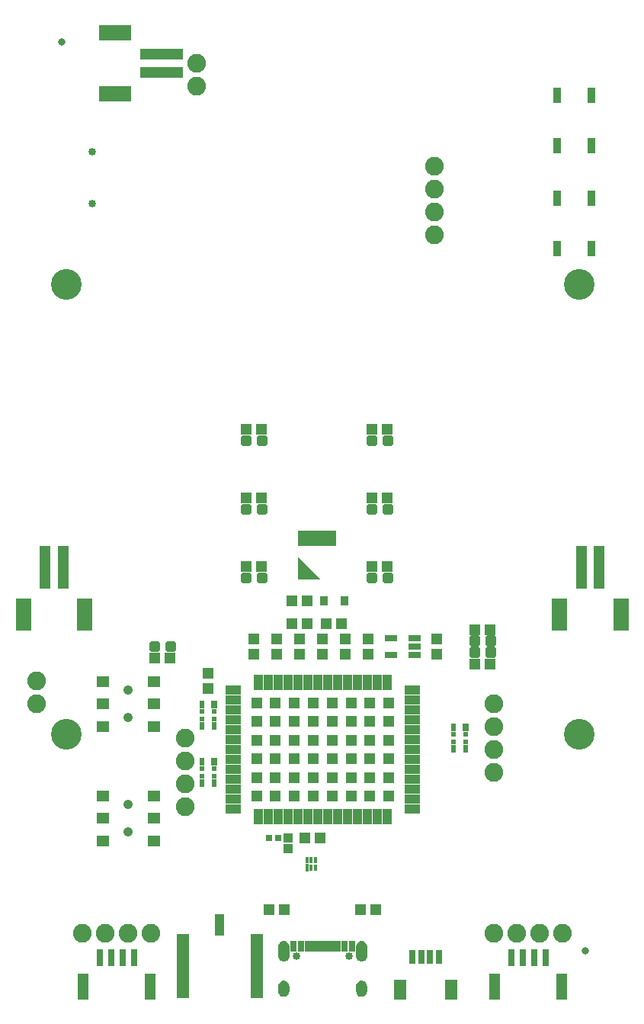
<source format=gts>
G04 EAGLE Gerber RS-274X export*
G75*
%MOMM*%
%FSLAX34Y34*%
%LPD*%
%INSoldermask Top*%
%IPPOS*%
%AMOC8*
5,1,8,0,0,1.08239X$1,22.5*%
G01*
%ADD10C,0.838200*%
%ADD11R,1.403200X2.203200*%
%ADD12R,0.803200X1.553200*%
%ADD13R,1.303200X1.203200*%
%ADD14R,4.200000X1.700000*%
%ADD15C,0.505344*%
%ADD16R,0.833200X1.033200*%
%ADD17R,1.203200X1.303200*%
%ADD18R,1.403200X0.753200*%
%ADD19R,1.103200X1.053200*%
%ADD20R,0.803200X0.803200*%
%ADD21R,1.053200X1.723200*%
%ADD22R,1.723200X1.053200*%
%ADD23R,1.303200X1.303200*%
%ADD24R,0.503200X1.203200*%
%ADD25R,0.803200X1.203200*%
%ADD26C,0.853200*%
%ADD27R,0.453200X0.813200*%
%ADD28R,0.453200X0.763200*%
%ADD29R,1.353200X7.203200*%
%ADD30R,1.103200X2.403200*%
%ADD31R,0.620000X0.840000*%
%ADD32R,0.620000X0.560000*%
%ADD33R,0.640000X0.840000*%
%ADD34C,3.403600*%
%ADD35R,1.203200X4.803200*%
%ADD36R,1.803200X3.603200*%
%ADD37R,4.803200X1.203200*%
%ADD38R,3.603200X1.803200*%
%ADD39C,2.082800*%
%ADD40R,1.353200X1.203200*%
%ADD41C,1.053200*%
%ADD42R,0.965200X1.727200*%
%ADD43R,0.803200X1.903200*%
%ADD44R,1.203200X2.903200*%

G36*
X251242Y468263D02*
X251242Y468263D01*
X251286Y468266D01*
X251308Y468282D01*
X251334Y468290D01*
X251363Y468323D01*
X251398Y468349D01*
X251408Y468375D01*
X251426Y468395D01*
X251433Y468439D01*
X251448Y468479D01*
X251443Y468506D01*
X251447Y468533D01*
X251429Y468574D01*
X251420Y468616D01*
X251394Y468652D01*
X251390Y468661D01*
X251385Y468665D01*
X251376Y468676D01*
X227376Y492676D01*
X227338Y492697D01*
X227305Y492726D01*
X227278Y492730D01*
X227254Y492743D01*
X227210Y492740D01*
X227167Y492747D01*
X227142Y492736D01*
X227114Y492734D01*
X227079Y492708D01*
X227039Y492690D01*
X227024Y492667D01*
X227002Y492651D01*
X226986Y492610D01*
X226962Y492574D01*
X226955Y492530D01*
X226952Y492521D01*
X226953Y492514D01*
X226951Y492500D01*
X226951Y468500D01*
X226956Y468484D01*
X226953Y468467D01*
X226975Y468417D01*
X226990Y468366D01*
X227003Y468355D01*
X227010Y468339D01*
X227055Y468309D01*
X227095Y468274D01*
X227112Y468271D01*
X227127Y468262D01*
X227200Y468251D01*
X251200Y468251D01*
X251242Y468263D01*
G37*
G36*
X298484Y44153D02*
X298484Y44153D01*
X298490Y44159D01*
X298495Y44155D01*
X299725Y44520D01*
X299730Y44527D01*
X299735Y44525D01*
X300854Y45155D01*
X300857Y45162D01*
X300863Y45161D01*
X301813Y46024D01*
X301814Y46032D01*
X301820Y46032D01*
X302554Y47085D01*
X302554Y47093D01*
X302559Y47095D01*
X303041Y48285D01*
X303039Y48290D01*
X303043Y48293D01*
X303042Y48294D01*
X303044Y48295D01*
X303249Y49562D01*
X303246Y49567D01*
X303249Y49570D01*
X303249Y61570D01*
X303246Y61574D01*
X303249Y61577D01*
X303094Y62699D01*
X303089Y62704D01*
X303092Y62708D01*
X302721Y63779D01*
X302715Y63783D01*
X302717Y63788D01*
X302144Y64765D01*
X302138Y64768D01*
X302139Y64773D01*
X301386Y65620D01*
X301379Y65622D01*
X301379Y65627D01*
X300476Y66311D01*
X300469Y66311D01*
X300468Y66316D01*
X299449Y66811D01*
X299442Y66809D01*
X299440Y66814D01*
X298343Y67101D01*
X298337Y67098D01*
X298334Y67102D01*
X297203Y67169D01*
X297197Y67169D01*
X296066Y67102D01*
X296061Y67097D01*
X296057Y67101D01*
X294960Y66814D01*
X294956Y66808D01*
X294951Y66811D01*
X293932Y66316D01*
X293929Y66310D01*
X293924Y66311D01*
X293021Y65627D01*
X293019Y65620D01*
X293014Y65620D01*
X292261Y64773D01*
X292261Y64766D01*
X292256Y64765D01*
X291683Y63788D01*
X291684Y63785D01*
X291683Y63784D01*
X291684Y63783D01*
X291684Y63781D01*
X291679Y63779D01*
X291308Y62708D01*
X291310Y62703D01*
X291307Y62701D01*
X291307Y62700D01*
X291306Y62699D01*
X291151Y61577D01*
X291154Y61572D01*
X291151Y61570D01*
X291151Y49570D01*
X291154Y49565D01*
X291151Y49562D01*
X291356Y48295D01*
X291362Y48289D01*
X291359Y48285D01*
X291841Y47095D01*
X291848Y47091D01*
X291846Y47085D01*
X292580Y46032D01*
X292588Y46030D01*
X292587Y46024D01*
X293537Y45161D01*
X293546Y45160D01*
X293546Y45155D01*
X294665Y44525D01*
X294673Y44526D01*
X294675Y44520D01*
X295905Y44155D01*
X295913Y44158D01*
X295916Y44153D01*
X297197Y44071D01*
X297201Y44074D01*
X297203Y44071D01*
X298484Y44153D01*
G37*
G36*
X212084Y44153D02*
X212084Y44153D01*
X212090Y44159D01*
X212095Y44155D01*
X213325Y44520D01*
X213330Y44527D01*
X213335Y44525D01*
X214454Y45155D01*
X214457Y45162D01*
X214463Y45161D01*
X215413Y46024D01*
X215414Y46032D01*
X215420Y46032D01*
X216154Y47085D01*
X216154Y47093D01*
X216159Y47095D01*
X216641Y48285D01*
X216639Y48290D01*
X216643Y48293D01*
X216642Y48294D01*
X216644Y48295D01*
X216849Y49562D01*
X216846Y49567D01*
X216849Y49570D01*
X216849Y61570D01*
X216846Y61574D01*
X216849Y61577D01*
X216694Y62699D01*
X216689Y62704D01*
X216692Y62708D01*
X216321Y63779D01*
X216315Y63783D01*
X216317Y63788D01*
X215744Y64765D01*
X215738Y64768D01*
X215739Y64773D01*
X214986Y65620D01*
X214979Y65622D01*
X214979Y65627D01*
X214076Y66311D01*
X214069Y66311D01*
X214068Y66316D01*
X213049Y66811D01*
X213042Y66809D01*
X213040Y66814D01*
X211943Y67101D01*
X211937Y67098D01*
X211934Y67102D01*
X210803Y67169D01*
X210797Y67169D01*
X209666Y67102D01*
X209661Y67097D01*
X209657Y67101D01*
X208560Y66814D01*
X208556Y66808D01*
X208551Y66811D01*
X207532Y66316D01*
X207529Y66310D01*
X207524Y66311D01*
X206621Y65627D01*
X206619Y65620D01*
X206614Y65620D01*
X205861Y64773D01*
X205861Y64766D01*
X205856Y64765D01*
X205283Y63788D01*
X205284Y63785D01*
X205283Y63784D01*
X205284Y63783D01*
X205284Y63781D01*
X205279Y63779D01*
X204908Y62708D01*
X204910Y62703D01*
X204907Y62701D01*
X204907Y62700D01*
X204906Y62699D01*
X204751Y61577D01*
X204754Y61572D01*
X204751Y61570D01*
X204751Y49570D01*
X204754Y49565D01*
X204751Y49562D01*
X204956Y48295D01*
X204962Y48289D01*
X204959Y48285D01*
X205441Y47095D01*
X205448Y47091D01*
X205446Y47085D01*
X206180Y46032D01*
X206188Y46030D01*
X206187Y46024D01*
X207137Y45161D01*
X207146Y45160D01*
X207146Y45155D01*
X208265Y44525D01*
X208273Y44526D01*
X208275Y44520D01*
X209505Y44155D01*
X209513Y44158D01*
X209516Y44153D01*
X210797Y44071D01*
X210801Y44074D01*
X210803Y44071D01*
X212084Y44153D01*
G37*
G36*
X298371Y4881D02*
X298371Y4881D01*
X298376Y4886D01*
X298380Y4883D01*
X299503Y5218D01*
X299507Y5224D01*
X299511Y5222D01*
X300547Y5770D01*
X300550Y5776D01*
X300555Y5775D01*
X301463Y6514D01*
X301465Y6521D01*
X301470Y6521D01*
X302217Y7423D01*
X302217Y7431D01*
X302223Y7431D01*
X302779Y8462D01*
X302778Y8469D01*
X302783Y8471D01*
X303127Y9590D01*
X303125Y9597D01*
X303129Y9600D01*
X303249Y10765D01*
X303247Y10768D01*
X303249Y10770D01*
X303249Y16770D01*
X303247Y16773D01*
X303249Y16775D01*
X303138Y17951D01*
X303133Y17956D01*
X303136Y17960D01*
X302798Y19092D01*
X302792Y19096D01*
X302794Y19101D01*
X302242Y20145D01*
X302235Y20148D01*
X302237Y20153D01*
X301491Y21069D01*
X301484Y21070D01*
X301484Y21076D01*
X300575Y21829D01*
X300567Y21829D01*
X300567Y21834D01*
X299527Y22395D01*
X299520Y22394D01*
X299518Y22399D01*
X298389Y22746D01*
X298383Y22744D01*
X298380Y22748D01*
X297205Y22869D01*
X297198Y22865D01*
X297194Y22869D01*
X295854Y22712D01*
X295848Y22707D01*
X295843Y22710D01*
X294572Y22259D01*
X294567Y22252D01*
X294562Y22254D01*
X293423Y21532D01*
X293420Y21524D01*
X293414Y21525D01*
X292464Y20567D01*
X292463Y20559D01*
X292457Y20558D01*
X291744Y19413D01*
X291745Y19405D01*
X291739Y19403D01*
X291299Y18127D01*
X291301Y18120D01*
X291297Y18117D01*
X291151Y16775D01*
X291153Y16772D01*
X291151Y16770D01*
X291151Y10770D01*
X291153Y10767D01*
X291151Y10764D01*
X291306Y9435D01*
X291312Y9429D01*
X291309Y9425D01*
X291756Y8164D01*
X291763Y8159D01*
X291761Y8154D01*
X292478Y7024D01*
X292485Y7021D01*
X292484Y7015D01*
X293435Y6073D01*
X293443Y6072D01*
X293443Y6066D01*
X294579Y5359D01*
X294587Y5360D01*
X294589Y5354D01*
X295854Y4918D01*
X295859Y4919D01*
X295860Y4919D01*
X295863Y4919D01*
X295865Y4915D01*
X297195Y4771D01*
X297201Y4775D01*
X297205Y4771D01*
X298371Y4881D01*
G37*
G36*
X211971Y4881D02*
X211971Y4881D01*
X211976Y4886D01*
X211980Y4883D01*
X213103Y5218D01*
X213107Y5224D01*
X213111Y5222D01*
X214147Y5770D01*
X214150Y5776D01*
X214155Y5775D01*
X215063Y6514D01*
X215065Y6521D01*
X215070Y6521D01*
X215817Y7423D01*
X215817Y7431D01*
X215823Y7431D01*
X216379Y8462D01*
X216378Y8469D01*
X216383Y8471D01*
X216727Y9590D01*
X216725Y9597D01*
X216729Y9600D01*
X216849Y10765D01*
X216847Y10768D01*
X216849Y10770D01*
X216849Y16770D01*
X216847Y16773D01*
X216849Y16775D01*
X216738Y17951D01*
X216733Y17956D01*
X216736Y17960D01*
X216398Y19092D01*
X216392Y19096D01*
X216394Y19101D01*
X215842Y20145D01*
X215835Y20148D01*
X215837Y20153D01*
X215091Y21069D01*
X215084Y21070D01*
X215084Y21076D01*
X214175Y21829D01*
X214167Y21829D01*
X214167Y21834D01*
X213127Y22395D01*
X213120Y22394D01*
X213118Y22399D01*
X211989Y22746D01*
X211983Y22744D01*
X211980Y22748D01*
X210805Y22869D01*
X210798Y22865D01*
X210794Y22869D01*
X209454Y22712D01*
X209448Y22707D01*
X209443Y22710D01*
X208172Y22259D01*
X208167Y22252D01*
X208162Y22254D01*
X207023Y21532D01*
X207020Y21524D01*
X207014Y21525D01*
X206064Y20567D01*
X206063Y20559D01*
X206057Y20558D01*
X205344Y19413D01*
X205345Y19405D01*
X205339Y19403D01*
X204899Y18127D01*
X204901Y18120D01*
X204897Y18117D01*
X204751Y16775D01*
X204753Y16772D01*
X204751Y16770D01*
X204751Y10770D01*
X204753Y10767D01*
X204751Y10764D01*
X204906Y9435D01*
X204912Y9429D01*
X204909Y9425D01*
X205356Y8164D01*
X205363Y8159D01*
X205361Y8154D01*
X206078Y7024D01*
X206085Y7021D01*
X206084Y7015D01*
X207035Y6073D01*
X207043Y6072D01*
X207043Y6066D01*
X208179Y5359D01*
X208187Y5360D01*
X208189Y5354D01*
X209454Y4918D01*
X209459Y4919D01*
X209460Y4919D01*
X209463Y4919D01*
X209465Y4915D01*
X210795Y4771D01*
X210801Y4775D01*
X210805Y4771D01*
X211971Y4881D01*
G37*
D10*
X546100Y56200D03*
X-36300Y1065000D03*
D11*
X340300Y12780D03*
X396300Y12780D03*
D12*
X353300Y49530D03*
X363300Y49530D03*
X373300Y49530D03*
X383300Y49530D03*
D13*
X220100Y444500D03*
X237100Y444500D03*
D14*
X248000Y513800D03*
D15*
X183080Y542610D02*
X183080Y549590D01*
X190060Y549590D01*
X190060Y542610D01*
X183080Y542610D01*
X183080Y547410D02*
X190060Y547410D01*
X165540Y549590D02*
X165540Y542610D01*
X165540Y549590D02*
X172520Y549590D01*
X172520Y542610D01*
X165540Y542610D01*
X165540Y547410D02*
X172520Y547410D01*
D16*
X255200Y444500D03*
X278200Y444500D03*
D13*
X220100Y419100D03*
X237100Y419100D03*
X169300Y558800D03*
X186300Y558800D03*
D17*
X279400Y385200D03*
X279400Y402200D03*
X254000Y402200D03*
X254000Y385200D03*
D15*
X437080Y396560D02*
X437080Y403540D01*
X444060Y403540D01*
X444060Y396560D01*
X437080Y396560D01*
X437080Y401360D02*
X444060Y401360D01*
X419540Y403540D02*
X419540Y396560D01*
X419540Y403540D02*
X426520Y403540D01*
X426520Y396560D01*
X419540Y396560D01*
X419540Y401360D02*
X426520Y401360D01*
D13*
X423300Y412750D03*
X440300Y412750D03*
D18*
X355901Y384200D03*
X355901Y393700D03*
X355901Y403200D03*
X329899Y403200D03*
X329899Y384200D03*
D17*
X381000Y385200D03*
X381000Y402200D03*
X177800Y402200D03*
X177800Y385200D03*
X203200Y402200D03*
X203200Y385200D03*
D15*
X183080Y466410D02*
X183080Y473390D01*
X190060Y473390D01*
X190060Y466410D01*
X183080Y466410D01*
X183080Y471210D02*
X190060Y471210D01*
X165540Y473390D02*
X165540Y466410D01*
X165540Y473390D02*
X172520Y473390D01*
X172520Y466410D01*
X165540Y466410D01*
X165540Y471210D02*
X172520Y471210D01*
D13*
X169300Y482600D03*
X186300Y482600D03*
D19*
X215900Y181060D03*
X215900Y169460D03*
D13*
X234070Y181610D03*
X251070Y181610D03*
D17*
X228600Y402200D03*
X228600Y385200D03*
D20*
X194390Y181610D03*
X204390Y181610D03*
D21*
X182500Y204900D03*
X193500Y204900D03*
X204500Y204900D03*
X215500Y204900D03*
X226500Y204900D03*
X237500Y204900D03*
X248500Y204900D03*
X259500Y204900D03*
X270500Y204900D03*
X281500Y204900D03*
X292500Y204900D03*
X303500Y204900D03*
X314500Y204900D03*
X325500Y204900D03*
D22*
X353500Y213400D03*
X353500Y224400D03*
X353500Y235400D03*
X353500Y246400D03*
X353500Y257400D03*
X353500Y268400D03*
X353500Y279400D03*
X353500Y290400D03*
X353500Y301400D03*
X353500Y312400D03*
X353500Y323400D03*
X353500Y334400D03*
X353500Y345400D03*
D21*
X325500Y353900D03*
X314500Y353900D03*
X303500Y353900D03*
X292500Y353900D03*
X281500Y353900D03*
X270500Y353900D03*
X259500Y353900D03*
X248500Y353900D03*
X237500Y353900D03*
X226500Y353900D03*
X215500Y353900D03*
X204500Y353900D03*
X193500Y353900D03*
X182500Y353900D03*
D22*
X154500Y345400D03*
X154500Y334400D03*
X154500Y323400D03*
X154500Y312400D03*
X154500Y301400D03*
X154500Y290400D03*
X154500Y279400D03*
X154500Y268400D03*
X154500Y257400D03*
X154500Y246400D03*
X154500Y235400D03*
X154500Y224400D03*
X154500Y213400D03*
D23*
X243500Y268900D03*
X222500Y268900D03*
X201500Y268900D03*
X180500Y268900D03*
X243500Y248400D03*
X222500Y248400D03*
X201500Y248400D03*
X180500Y248400D03*
X243500Y227900D03*
X222500Y227900D03*
X201500Y227900D03*
X180500Y227900D03*
X243500Y330900D03*
X222500Y330900D03*
X201500Y330900D03*
X180500Y330900D03*
X243500Y310400D03*
X222500Y310400D03*
X201500Y310400D03*
X180500Y310400D03*
X243500Y289900D03*
X222500Y289900D03*
X201500Y289900D03*
X180500Y289900D03*
X264500Y289900D03*
X285500Y289900D03*
X306500Y289900D03*
X327500Y289900D03*
X264500Y310400D03*
X285500Y310400D03*
X306500Y310400D03*
X327500Y310400D03*
X264500Y330900D03*
X285500Y330900D03*
X306500Y330900D03*
X327500Y330900D03*
X264500Y227900D03*
X285500Y227900D03*
X306500Y227900D03*
X327500Y227900D03*
X264500Y248400D03*
X285500Y248400D03*
X306500Y248400D03*
X327500Y248400D03*
X264500Y268900D03*
X285500Y268900D03*
X306500Y268900D03*
X327500Y268900D03*
D13*
X313300Y101600D03*
X296300Y101600D03*
X194700Y101600D03*
X211700Y101600D03*
D24*
X261500Y61370D03*
X256500Y61370D03*
D25*
X286250Y61370D03*
X278500Y61370D03*
D24*
X271500Y61370D03*
X266500Y61370D03*
X246500Y61370D03*
X251500Y61370D03*
D25*
X221750Y61370D03*
X229500Y61370D03*
D24*
X236500Y61370D03*
X241500Y61370D03*
D26*
X225100Y50320D03*
X282900Y50320D03*
D17*
X304800Y385200D03*
X304800Y402200D03*
D13*
X258200Y419100D03*
X275200Y419100D03*
D27*
X236300Y148350D03*
D28*
X241300Y148100D03*
X246300Y148100D03*
X246300Y156700D03*
X241300Y156700D03*
X236300Y156700D03*
D29*
X181100Y38810D03*
D30*
X139700Y84810D03*
D29*
X98300Y38810D03*
D31*
X120100Y305500D03*
D32*
X120100Y313500D03*
X120100Y321500D03*
D31*
X133300Y305500D03*
D32*
X133300Y313500D03*
X133300Y321500D03*
D33*
X133200Y329500D03*
D31*
X120100Y329500D03*
X120100Y242000D03*
D32*
X120100Y250000D03*
X120100Y258000D03*
D31*
X133300Y242000D03*
D32*
X133300Y250000D03*
X133300Y258000D03*
D33*
X133200Y266000D03*
D31*
X120100Y266000D03*
D17*
X127000Y347100D03*
X127000Y364100D03*
D34*
X-30988Y296037D03*
X-30988Y796163D03*
X538988Y796163D03*
X538988Y296037D03*
D13*
X84700Y381000D03*
X67700Y381000D03*
D15*
X81480Y390210D02*
X81480Y397190D01*
X88460Y397190D01*
X88460Y390210D01*
X81480Y390210D01*
X81480Y395010D02*
X88460Y395010D01*
X63940Y397190D02*
X63940Y390210D01*
X63940Y397190D02*
X70920Y397190D01*
X70920Y390210D01*
X63940Y390210D01*
X63940Y395010D02*
X70920Y395010D01*
D35*
X561180Y481500D03*
X541180Y481500D03*
D36*
X585180Y429500D03*
X517180Y429500D03*
D15*
X437080Y390840D02*
X437080Y383860D01*
X437080Y390840D02*
X444060Y390840D01*
X444060Y383860D01*
X437080Y383860D01*
X437080Y388660D02*
X444060Y388660D01*
X419540Y390840D02*
X419540Y383860D01*
X419540Y390840D02*
X426520Y390840D01*
X426520Y383860D01*
X419540Y383860D01*
X419540Y388660D02*
X426520Y388660D01*
D13*
X423300Y374650D03*
X440300Y374650D03*
D37*
X75100Y1031400D03*
X75100Y1051400D03*
D38*
X23100Y1007400D03*
X23100Y1075400D03*
D39*
X114300Y1041400D03*
X114300Y1016000D03*
D13*
X326000Y635000D03*
X309000Y635000D03*
D15*
X322780Y625790D02*
X322780Y618810D01*
X322780Y625790D02*
X329760Y625790D01*
X329760Y618810D01*
X322780Y618810D01*
X322780Y623610D02*
X329760Y623610D01*
X305240Y625790D02*
X305240Y618810D01*
X305240Y625790D02*
X312220Y625790D01*
X312220Y618810D01*
X305240Y618810D01*
X305240Y623610D02*
X312220Y623610D01*
D13*
X326000Y558800D03*
X309000Y558800D03*
D15*
X322780Y549590D02*
X322780Y542610D01*
X322780Y549590D02*
X329760Y549590D01*
X329760Y542610D01*
X322780Y542610D01*
X322780Y547410D02*
X329760Y547410D01*
X305240Y549590D02*
X305240Y542610D01*
X305240Y549590D02*
X312220Y549590D01*
X312220Y542610D01*
X305240Y542610D01*
X305240Y547410D02*
X312220Y547410D01*
D13*
X326000Y482600D03*
X309000Y482600D03*
D15*
X322780Y473390D02*
X322780Y466410D01*
X322780Y473390D02*
X329760Y473390D01*
X329760Y466410D01*
X322780Y466410D01*
X322780Y471210D02*
X329760Y471210D01*
X305240Y473390D02*
X305240Y466410D01*
X305240Y473390D02*
X312220Y473390D01*
X312220Y466410D01*
X305240Y466410D01*
X305240Y471210D02*
X312220Y471210D01*
D35*
X-34450Y481500D03*
X-54450Y481500D03*
D36*
X-10450Y429500D03*
X-78450Y429500D03*
D40*
X66350Y178200D03*
X66350Y203200D03*
X66350Y228200D03*
X9850Y178200D03*
X9850Y203200D03*
X9850Y228200D03*
D41*
X38100Y188200D03*
X38100Y218200D03*
D40*
X66350Y305200D03*
X66350Y330200D03*
X66350Y355200D03*
X9850Y305200D03*
X9850Y330200D03*
X9850Y355200D03*
D41*
X38100Y315200D03*
X38100Y345200D03*
D42*
X552450Y1005840D03*
X552450Y949960D03*
X514350Y1005840D03*
X514350Y949960D03*
X552450Y891540D03*
X552450Y835660D03*
X514350Y891540D03*
X514350Y835660D03*
D26*
X-1750Y885500D03*
X-1750Y943300D03*
D43*
X6650Y48240D03*
D44*
X62650Y16240D03*
X-11850Y16240D03*
D43*
X19150Y48240D03*
X31650Y48240D03*
X44150Y48240D03*
X463850Y48240D03*
D44*
X519850Y16240D03*
X445350Y16240D03*
D43*
X476350Y48240D03*
X488850Y48240D03*
X501350Y48240D03*
D13*
X186300Y635000D03*
X169300Y635000D03*
D15*
X183080Y625790D02*
X183080Y618810D01*
X183080Y625790D02*
X190060Y625790D01*
X190060Y618810D01*
X183080Y618810D01*
X183080Y623610D02*
X190060Y623610D01*
X165540Y625790D02*
X165540Y618810D01*
X165540Y625790D02*
X172520Y625790D01*
X172520Y618810D01*
X165540Y618810D01*
X165540Y623610D02*
X172520Y623610D01*
D39*
X63500Y75250D03*
X38100Y75250D03*
X12700Y75250D03*
X-12700Y75250D03*
X520700Y75250D03*
X495300Y75250D03*
X469900Y75250D03*
X444500Y75250D03*
X101600Y215900D03*
X101600Y241300D03*
X101600Y266700D03*
X101600Y292100D03*
X444500Y254000D03*
X444500Y279400D03*
X444500Y304800D03*
X444500Y330200D03*
D31*
X399500Y280100D03*
D32*
X399500Y288100D03*
X399500Y296100D03*
D31*
X412700Y280100D03*
D32*
X412700Y288100D03*
X412700Y296100D03*
D33*
X412600Y304100D03*
D31*
X399500Y304100D03*
D39*
X378460Y850900D03*
X378460Y876300D03*
X378460Y901700D03*
X378460Y927100D03*
X-63500Y355600D03*
X-63500Y330200D03*
M02*

</source>
